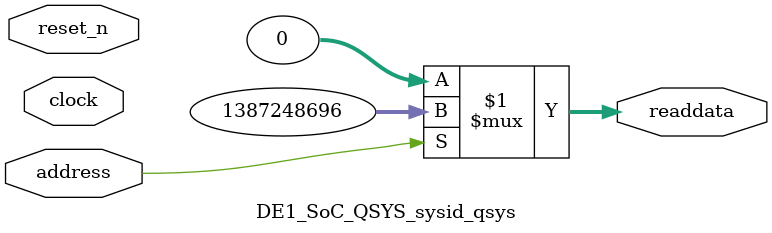
<source format=v>

`timescale 1ns / 1ps
// synthesis translate_on

// turn off superfluous verilog processor warnings 
// altera message_level Level1 
// altera message_off 10034 10035 10036 10037 10230 10240 10030 

module DE1_SoC_QSYS_sysid_qsys (
               // inputs:
                address,
                clock,
                reset_n,

               // outputs:
                readdata
             )
;

  output  [ 31: 0] readdata;
  input            address;
  input            clock;
  input            reset_n;

  wire    [ 31: 0] readdata;
  //control_slave, which is an e_avalon_slave
  assign readdata = address ? 1387248696 : 0;

endmodule




</source>
